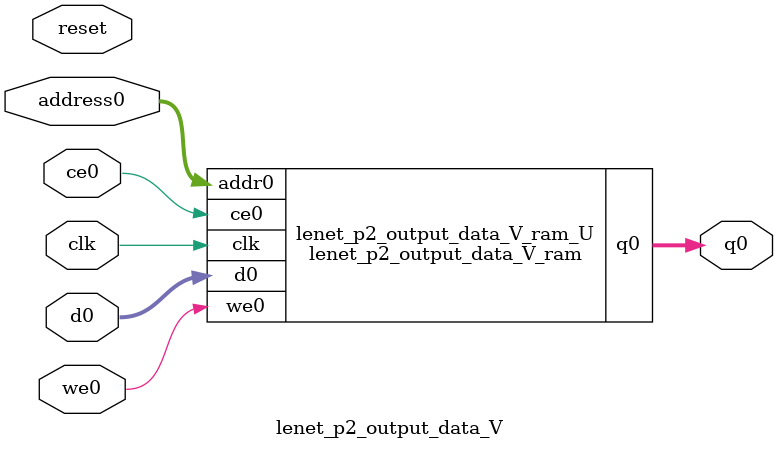
<source format=v>
`timescale 1 ns / 1 ps
module lenet_p2_output_data_V_ram (addr0, ce0, d0, we0, q0,  clk);

parameter DWIDTH = 16;
parameter AWIDTH = 11;
parameter MEM_SIZE = 1176;

input[AWIDTH-1:0] addr0;
input ce0;
input[DWIDTH-1:0] d0;
input we0;
output reg[DWIDTH-1:0] q0;
input clk;

(* ram_style = "block" *)reg [DWIDTH-1:0] ram[0:MEM_SIZE-1];




always @(posedge clk)  
begin 
    if (ce0) 
    begin
        if (we0) 
        begin 
            ram[addr0] <= d0; 
        end 
        q0 <= ram[addr0];
    end
end


endmodule

`timescale 1 ns / 1 ps
module lenet_p2_output_data_V(
    reset,
    clk,
    address0,
    ce0,
    we0,
    d0,
    q0);

parameter DataWidth = 32'd16;
parameter AddressRange = 32'd1176;
parameter AddressWidth = 32'd11;
input reset;
input clk;
input[AddressWidth - 1:0] address0;
input ce0;
input we0;
input[DataWidth - 1:0] d0;
output[DataWidth - 1:0] q0;



lenet_p2_output_data_V_ram lenet_p2_output_data_V_ram_U(
    .clk( clk ),
    .addr0( address0 ),
    .ce0( ce0 ),
    .we0( we0 ),
    .d0( d0 ),
    .q0( q0 ));

endmodule


</source>
